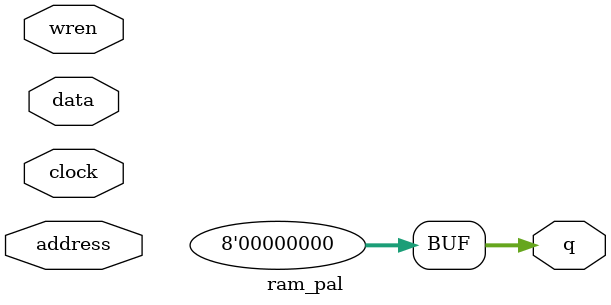
<source format=v>
module ram_pal(	// file.cleaned.mlir:2:3
  input  [10:0] address,	// file.cleaned.mlir:2:25
  input         clock,	// file.cleaned.mlir:2:44
  input  [7:0]  data,	// file.cleaned.mlir:2:60
  input         wren,	// file.cleaned.mlir:2:75
  output [7:0]  q	// file.cleaned.mlir:2:91
);

  assign q = 8'h0;	// file.cleaned.mlir:3:14, :4:5
endmodule


</source>
